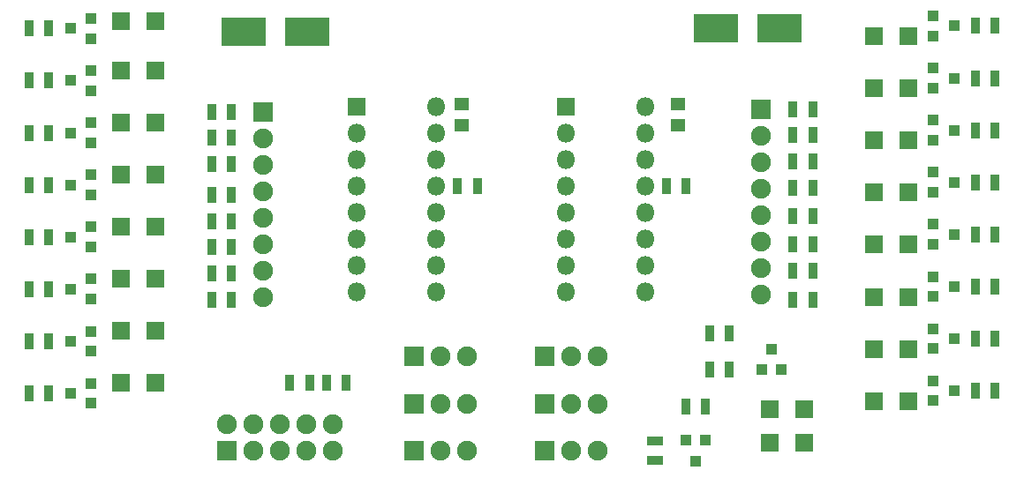
<source format=gts>
G04 #@! TF.FileFunction,Soldermask,Top*
%FSLAX46Y46*%
G04 Gerber Fmt 4.6, Leading zero omitted, Abs format (unit mm)*
G04 Created by KiCad (PCBNEW 4.0.7) date 10/28/18 02:33:58*
%MOMM*%
%LPD*%
G01*
G04 APERTURE LIST*
%ADD10C,0.100000*%
%ADD11R,1.800000X1.800000*%
%ADD12O,1.800000X1.800000*%
%ADD13R,1.450000X1.200000*%
%ADD14R,1.900000X1.900000*%
%ADD15O,1.900000X1.900000*%
%ADD16R,0.900000X1.500000*%
%ADD17R,4.200000X2.700000*%
%ADD18R,1.700000X1.700000*%
%ADD19R,1.100000X1.000000*%
%ADD20R,1.000000X1.100000*%
%ADD21R,1.500000X0.900000*%
G04 APERTURE END LIST*
D10*
D11*
X148500000Y-98500000D03*
D12*
X156120000Y-116280000D03*
X148500000Y-101040000D03*
X156120000Y-113740000D03*
X148500000Y-103580000D03*
X156120000Y-111200000D03*
X148500000Y-106120000D03*
X156120000Y-108660000D03*
X148500000Y-108660000D03*
X156120000Y-106120000D03*
X148500000Y-111200000D03*
X156120000Y-103580000D03*
X148500000Y-113740000D03*
X156120000Y-101040000D03*
X148500000Y-116280000D03*
X156120000Y-98500000D03*
D13*
X158500000Y-98250000D03*
X158500000Y-100250000D03*
D14*
X166500000Y-122500000D03*
D15*
X169040000Y-122500000D03*
X171580000Y-122500000D03*
D14*
X166500000Y-127000000D03*
D15*
X169040000Y-127000000D03*
X171580000Y-127000000D03*
D16*
X145550000Y-125000000D03*
X147450000Y-125000000D03*
X143950000Y-125000000D03*
X142050000Y-125000000D03*
D17*
X143750000Y-91300000D03*
X137650000Y-91300000D03*
D13*
X179250000Y-98250000D03*
X179250000Y-100250000D03*
D17*
X182950000Y-91000000D03*
X189050000Y-91000000D03*
D14*
X166500000Y-131500000D03*
D15*
X169040000Y-131500000D03*
X171580000Y-131500000D03*
D14*
X187250000Y-98750000D03*
D15*
X187250000Y-101290000D03*
X187250000Y-103830000D03*
X187250000Y-106370000D03*
X187250000Y-108910000D03*
X187250000Y-111450000D03*
X187250000Y-113990000D03*
X187250000Y-116530000D03*
D14*
X139500000Y-99000000D03*
D15*
X139500000Y-101540000D03*
X139500000Y-104080000D03*
X139500000Y-106620000D03*
X139500000Y-109160000D03*
X139500000Y-111700000D03*
X139500000Y-114240000D03*
X139500000Y-116780000D03*
D16*
X180050000Y-106100000D03*
X178150000Y-106100000D03*
X192200000Y-98750000D03*
X190300000Y-98750000D03*
X192200000Y-101250000D03*
X190300000Y-101250000D03*
X192200000Y-103750000D03*
X190300000Y-103750000D03*
X160050000Y-106100000D03*
X158150000Y-106100000D03*
X192200000Y-106250000D03*
X190300000Y-106250000D03*
X209700000Y-90750000D03*
X207800000Y-90750000D03*
X209700000Y-95750000D03*
X207800000Y-95750000D03*
X209700000Y-100750000D03*
X207800000Y-100750000D03*
X209700000Y-105750000D03*
X207800000Y-105750000D03*
X192200000Y-109000000D03*
X190300000Y-109000000D03*
X192200000Y-111750000D03*
X190300000Y-111750000D03*
X192200000Y-114250000D03*
X190300000Y-114250000D03*
X192200000Y-117000000D03*
X190300000Y-117000000D03*
X209700000Y-110750000D03*
X207800000Y-110750000D03*
X209700000Y-115750000D03*
X207800000Y-115750000D03*
X209700000Y-120750000D03*
X207800000Y-120750000D03*
X209700000Y-125750000D03*
X207800000Y-125750000D03*
X134550000Y-99000000D03*
X136450000Y-99000000D03*
X134550000Y-101500000D03*
X136450000Y-101500000D03*
X134550000Y-104000000D03*
X136450000Y-104000000D03*
X134550000Y-107000000D03*
X136450000Y-107000000D03*
X117050000Y-91000000D03*
X118950000Y-91000000D03*
X117050000Y-96000000D03*
X118950000Y-96000000D03*
X117050000Y-101000000D03*
X118950000Y-101000000D03*
X117050000Y-106000000D03*
X118950000Y-106000000D03*
X134550000Y-109500000D03*
X136450000Y-109500000D03*
X134550000Y-112000000D03*
X136450000Y-112000000D03*
X134550000Y-114500000D03*
X136450000Y-114500000D03*
X134550000Y-117000000D03*
X136450000Y-117000000D03*
X117050000Y-111000000D03*
X118950000Y-111000000D03*
X117050000Y-116000000D03*
X118950000Y-116000000D03*
X117050000Y-121000000D03*
X118950000Y-121000000D03*
X117050000Y-126000000D03*
X118950000Y-126000000D03*
D11*
X168500000Y-98500000D03*
D12*
X176120000Y-116280000D03*
X168500000Y-101040000D03*
X176120000Y-113740000D03*
X168500000Y-103580000D03*
X176120000Y-111200000D03*
X168500000Y-106120000D03*
X176120000Y-108660000D03*
X168500000Y-108660000D03*
X176120000Y-106120000D03*
X168500000Y-111200000D03*
X176120000Y-103580000D03*
X168500000Y-113740000D03*
X176120000Y-101040000D03*
X168500000Y-116280000D03*
X176120000Y-98500000D03*
D18*
X201400000Y-91750000D03*
X198100000Y-91750000D03*
X201400000Y-96750000D03*
X198100000Y-96750000D03*
X201400000Y-101750000D03*
X198100000Y-101750000D03*
X201400000Y-106750000D03*
X198100000Y-106750000D03*
X201400000Y-111750000D03*
X198100000Y-111750000D03*
X201400000Y-116750000D03*
X198100000Y-116750000D03*
X201400000Y-121750000D03*
X198100000Y-121750000D03*
X201400000Y-126750000D03*
X198100000Y-126750000D03*
X125850000Y-90250000D03*
X129150000Y-90250000D03*
X125850000Y-95000000D03*
X129150000Y-95000000D03*
X125850000Y-100000000D03*
X129150000Y-100000000D03*
X125850000Y-105000000D03*
X129150000Y-105000000D03*
X125850000Y-110000000D03*
X129150000Y-110000000D03*
X125850000Y-115000000D03*
X129150000Y-115000000D03*
X125850000Y-120000000D03*
X129150000Y-120000000D03*
X125850000Y-125000000D03*
X129150000Y-125000000D03*
D19*
X203750000Y-89800000D03*
X203750000Y-91700000D03*
X205750000Y-90750000D03*
X203750000Y-94800000D03*
X203750000Y-96700000D03*
X205750000Y-95750000D03*
X203750000Y-99800000D03*
X203750000Y-101700000D03*
X205750000Y-100750000D03*
X203750000Y-104800000D03*
X203750000Y-106700000D03*
X205750000Y-105750000D03*
X203750000Y-109800000D03*
X203750000Y-111700000D03*
X205750000Y-110750000D03*
X203750000Y-114800000D03*
X203750000Y-116700000D03*
X205750000Y-115750000D03*
X203750000Y-119800000D03*
X203750000Y-121700000D03*
X205750000Y-120750000D03*
X203750000Y-124800000D03*
X203750000Y-126700000D03*
X205750000Y-125750000D03*
X123000000Y-91950000D03*
X123000000Y-90050000D03*
X121000000Y-91000000D03*
X123000000Y-106950000D03*
X123000000Y-105050000D03*
X121000000Y-106000000D03*
X123000000Y-111950000D03*
X123000000Y-110050000D03*
X121000000Y-111000000D03*
X123000000Y-116950000D03*
X123000000Y-115050000D03*
X121000000Y-116000000D03*
X123000000Y-121950000D03*
X123000000Y-120050000D03*
X121000000Y-121000000D03*
X123000000Y-126950000D03*
X123000000Y-125050000D03*
X121000000Y-126000000D03*
X123000000Y-96950000D03*
X123000000Y-95050000D03*
X121000000Y-96000000D03*
X123000000Y-101950000D03*
X123000000Y-100050000D03*
X121000000Y-101000000D03*
D18*
X188100000Y-130750000D03*
X191400000Y-130750000D03*
X188100000Y-127500000D03*
X191400000Y-127500000D03*
D20*
X181950000Y-130500000D03*
X180050000Y-130500000D03*
X181000000Y-132500000D03*
X187300000Y-123750000D03*
X189200000Y-123750000D03*
X188250000Y-121750000D03*
D16*
X181950000Y-127250000D03*
X180050000Y-127250000D03*
D21*
X177100000Y-130550000D03*
X177100000Y-132450000D03*
D16*
X184200000Y-123750000D03*
X182300000Y-123750000D03*
X182300000Y-120250000D03*
X184200000Y-120250000D03*
D14*
X136000000Y-131500000D03*
D15*
X136000000Y-128960000D03*
X138540000Y-131500000D03*
X138540000Y-128960000D03*
X141080000Y-131500000D03*
X141080000Y-128960000D03*
X143620000Y-131500000D03*
X143620000Y-128960000D03*
X146160000Y-131500000D03*
X146160000Y-128960000D03*
D14*
X154000000Y-122500000D03*
D15*
X156540000Y-122500000D03*
X159080000Y-122500000D03*
D14*
X154000000Y-127000000D03*
D15*
X156540000Y-127000000D03*
X159080000Y-127000000D03*
D14*
X154000000Y-131500000D03*
D15*
X156540000Y-131500000D03*
X159080000Y-131500000D03*
M02*

</source>
